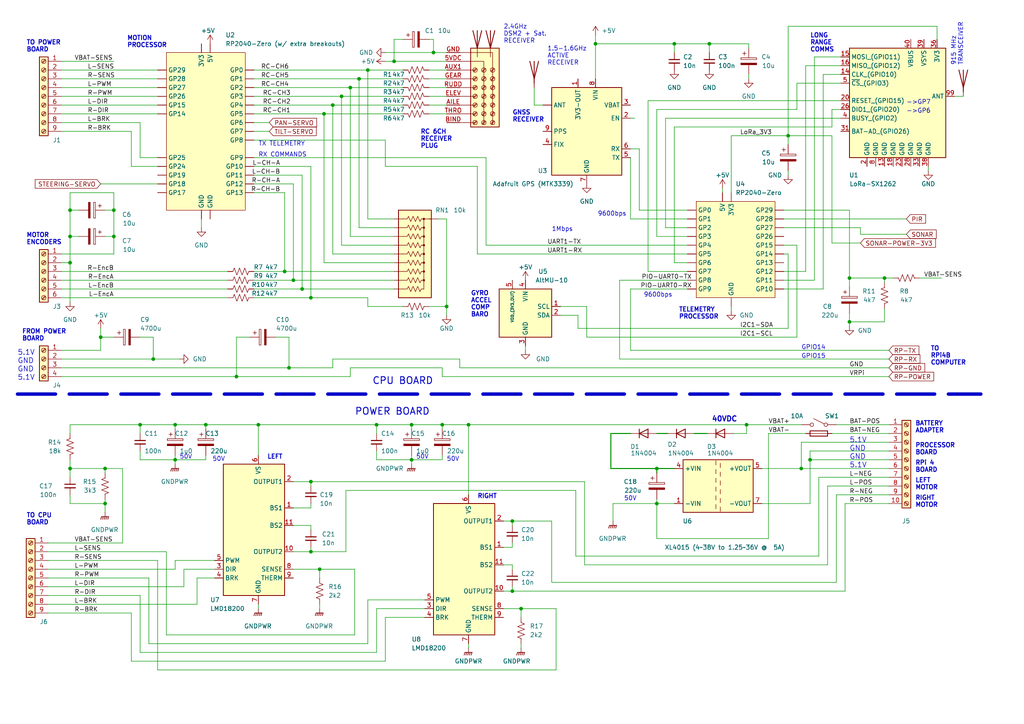
<source format=kicad_sch>
(kicad_sch (version 20211123) (generator eeschema)
  (paper "A4")
  (title_block (title "Roverling MK II (40V)") (date "2023-11-17") (rev "3.01"))
  (junction (at 234.95 133.35))
  (junction (at 125.73 15.24))
  (junction (at 205.74 12.7))
  (junction (at 135.89 123.19))
  (junction (at 119.38 123.19))
  (junction (at 256.54 80.645))
  (junction (at 228.6 39.37))
  (junction (at 190.5 135.89))
  (junction (at 232.41 135.89))
  (junction (at 151.13 176.53))
  (junction (at 90.17 139.7))
  (junction (at 87.63 83.82))
  (junction (at 216.535 123.19))
  (junction (at 59.69 123.19))
  (junction (at 101.6 25.4))
  (junction (at 82.55 78.74))
  (junction (at 29.21 97.79))
  (junction (at 74.93 123.19))
  (junction (at 30.48 135.89))
  (junction (at 90.17 160.02))
  (junction (at 44.45 104.14))
  (junction (at 20.32 68.58))
  (junction (at 246.38 80.645))
  (junction (at 172.72 12.7))
  (junction (at 96.52 30.48))
  (junction (at 20.32 135.89))
  (junction (at 33.02 68.58))
  (junction (at 93.98 33.02))
  (junction (at 85.09 81.28))
  (junction (at 92.71 165.1))
  (junction (at 190.5 146.05))
  (junction (at 129.54 88.9))
  (junction (at 114.3 17.78))
  (junction (at 20.32 76.2))
  (junction (at 90.17 86.36))
  (junction (at 148.59 151.13))
  (junction (at 50.8 133.35))
  (junction (at 119.38 133.35))
  (junction (at 128.27 123.19))
  (junction (at 246.38 93.345))
  (junction (at 195.58 12.7))
  (junction (at 30.48 146.05))
  (junction (at 99.06 27.94))
  (junction (at 40.64 123.19))
  (junction (at 109.22 123.19))
  (junction (at 148.59 171.45))
  (junction (at 104.14 22.86))
  (junction (at 83.82 106.68))
  (junction (at 33.02 60.96))
  (junction (at 68.58 109.22))
  (junction (at 106.68 20.32))
  (junction (at 50.8 123.19))
  (junction (at 20.32 60.96))
  (wire (pts (xy 133.35 104.14) (xy 96.52 104.14)))
  (wire (pts (xy 74.93 123.19) (xy 74.93 132.08)))
  (wire (pts (xy 33.02 55.88) (xy 33.02 60.96)))
  (wire (pts (xy 233.68 19.05) (xy 243.84 19.05)))
  (wire (pts (xy 140.97 45.72) (xy 140.97 71.12)))
  (wire (pts (xy 129.54 63.5) (xy 129.54 88.9)))
  (wire (pts (xy 114.3 68.58) (xy 101.6 68.58)))
  (wire (pts (xy 212.09 90.17) (xy 212.09 88.9)))
  (wire (pts (xy 106.68 88.9) (xy 106.68 86.36)))
  (wire (pts (xy 30.48 146.05) (xy 20.32 146.05)))
  (wire (pts (xy 220.98 135.89) (xy 232.41 135.89)))
  (wire (pts (xy 101.6 68.58) (xy 101.6 25.4)))
  (wire (pts (xy 90.17 146.05) (xy 90.17 147.32)))
  (wire (pts (xy 114.3 66.04) (xy 104.14 66.04)))
  (wire (pts (xy 111.76 15.24) (xy 125.73 15.24)))
  (wire (pts (xy 30.48 144.78) (xy 30.48 146.05)))
  (wire (pts (xy 217.17 12.7) (xy 217.17 13.97)))
  (wire (pts (xy 48.26 160.02) (xy 48.26 184.15)))
  (wire (pts (xy 119.38 133.35) (xy 128.27 133.35)))
  (wire (pts (xy 246.38 93.345) (xy 256.54 93.345)))
  (wire (pts (xy 160.02 151.13) (xy 148.59 151.13)))
  (wire (pts (xy 101.6 25.4) (xy 116.84 25.4)))
  (wire (pts (xy 190.5 125.73) (xy 193.675 125.73)) (stroke (width 0.3)))
  (wire (pts (xy 17.78 27.94) (xy 45.72 27.94)))
  (wire (pts (xy 73.66 86.36) (xy 90.17 86.36)))
  (wire (pts (xy 17.78 22.86) (xy 45.72 22.86)))
  (wire (pts (xy 82.55 55.88) (xy 82.55 78.74)))
  (wire (pts (xy 101.6 106.68) (xy 101.6 109.22)))
  (polyline (pts (xy 5.08 114.3) (xy 284.48 114.3)) (stroke (width 1)))
  (wire (pts (xy 135.89 123.19) (xy 216.535 123.19)))
  (wire (pts (xy 160.02 168.91) (xy 160.02 151.13)))
  (wire (pts (xy 236.22 16.51) (xy 236.22 81.28)))
  (wire (pts (xy 172.72 12.7) (xy 172.72 22.86)))
  (wire (pts (xy 29.21 97.79) (xy 33.02 97.79)))
  (wire (pts (xy 92.71 175.26) (xy 92.71 176.53)))
  (wire (pts (xy 90.17 160.02) (xy 100.33 160.02)))
  (wire (pts (xy 242.57 143.51) (xy 242.57 168.91)))
  (wire (pts (xy 242.57 123.19) (xy 257.81 123.19)))
  (wire (pts (xy 190.5 31.75) (xy 231.14 31.75)))
  (wire (pts (xy 162.56 88.9) (xy 170.18 88.9)))
  (wire (pts (xy 182.88 83.82) (xy 182.88 101.6)))
  (wire (pts (xy 167.64 95.25) (xy 228.6 95.25)))
  (wire (pts (xy 13.97 175.26) (xy 57.15 175.26)))
  (wire (pts (xy 109.22 123.19) (xy 119.38 123.19)))
  (wire (pts (xy 237.49 161.29) (xy 167.005 161.29)))
  (wire (pts (xy 116.84 88.9) (xy 106.68 88.9)))
  (wire (pts (xy 85.09 165.1) (xy 92.71 165.1)))
  (wire (pts (xy 68.58 97.79) (xy 72.39 97.79)))
  (wire (pts (xy 30.48 60.96) (xy 33.02 60.96)))
  (wire (pts (xy 182.88 125.73) (xy 177.165 125.73)) (stroke (width 0.3)))
  (wire (pts (xy 73.66 78.74) (xy 82.55 78.74)))
  (wire (pts (xy 140.97 71.12) (xy 199.39 71.12)))
  (wire (pts (xy 190.5 68.58) (xy 190.5 31.75)))
  (wire (pts (xy 93.98 76.2) (xy 93.98 33.02)))
  (wire (pts (xy 44.45 104.14) (xy 52.07 104.14)))
  (wire (pts (xy 125.73 15.24) (xy 129.54 15.24)))
  (wire (pts (xy 20.32 76.2) (xy 20.32 87.63)))
  (wire (pts (xy 30.48 146.05) (xy 30.48 148.59)))
  (wire (pts (xy 257.81 109.22) (xy 128.27 109.22)))
  (wire (pts (xy 57.15 167.64) (xy 62.23 167.64)))
  (wire (pts (xy 193.04 66.04) (xy 193.04 34.29)))
  (wire (pts (xy 59.69 123.19) (xy 74.93 123.19)))
  (wire (pts (xy 249.555 67.945) (xy 262.89 67.945)))
  (wire (pts (xy 257.81 106.68) (xy 133.35 106.68)))
  (wire (pts (xy 148.59 157.48) (xy 148.59 158.75)))
  (wire (pts (xy 124.46 33.02) (xy 129.54 33.02)))
  (wire (pts (xy 125.73 11.43) (xy 125.73 15.24)))
  (wire (pts (xy 129.54 17.78) (xy 114.3 17.78)))
  (wire (pts (xy 53.34 165.1) (xy 62.23 165.1)))
  (wire (pts (xy 30.48 135.89) (xy 20.32 135.89)))
  (wire (pts (xy 227.33 66.04) (xy 249.555 66.04)))
  (wire (pts (xy 190.5 146.05) (xy 190.5 156.21)))
  (wire (pts (xy 148.59 170.18) (xy 148.59 171.45)))
  (wire (pts (xy 50.8 124.46) (xy 50.8 123.19)))
  (wire (pts (xy 59.69 132.08) (xy 59.69 133.35)))
  (wire (pts (xy 111.76 48.26) (xy 138.43 48.26)))
  (wire (pts (xy 104.14 66.04) (xy 104.14 22.86)))
  (wire (pts (xy 85.09 81.28) (xy 114.3 81.28)))
  (wire (pts (xy 106.68 173.99) (xy 106.68 186.69)))
  (wire (pts (xy 20.32 60.96) (xy 22.86 60.96)))
  (wire (pts (xy 109.22 123.19) (xy 109.22 125.73)))
  (wire (pts (xy 109.22 130.81) (xy 109.22 133.35)))
  (wire (pts (xy 119.38 134.62) (xy 119.38 133.35)))
  (wire (pts (xy 29.21 53.34) (xy 45.72 53.34)))
  (wire (pts (xy 85.09 139.7) (xy 90.17 139.7)))
  (wire (pts (xy 90.17 48.26) (xy 73.66 48.26)))
  (wire (pts (xy 74.93 123.19) (xy 109.22 123.19)))
  (wire (pts (xy 13.97 160.02) (xy 48.26 160.02)))
  (wire (pts (xy 114.3 71.12) (xy 99.06 71.12)))
  (wire (pts (xy 222.885 156.21) (xy 222.885 125.73)))
  (wire (pts (xy 29.21 101.6) (xy 29.21 97.79)))
  (wire (pts (xy 106.68 186.69) (xy 43.18 186.69)))
  (wire (pts (xy 17.78 104.14) (xy 44.45 104.14)))
  (wire (pts (xy 246.38 60.96) (xy 246.38 80.645)))
  (wire (pts (xy 241.3 70.485) (xy 249.555 70.485)))
  (wire (pts (xy 148.59 152.4) (xy 148.59 151.13)))
  (wire (pts (xy 138.43 73.66) (xy 199.39 73.66)))
  (wire (pts (xy 17.78 35.56) (xy 40.64 35.56)))
  (wire (pts (xy 227.33 71.12) (xy 231.14 71.12)))
  (wire (pts (xy 90.17 160.02) (xy 85.09 160.02)))
  (wire (pts (xy 190.5 146.05) (xy 177.8 146.05)))
  (wire (pts (xy 227.33 78.74) (xy 233.68 78.74)))
  (wire (pts (xy 231.14 71.12) (xy 231.14 97.79)))
  (wire (pts (xy 234.95 130.81) (xy 257.81 130.81)))
  (wire (pts (xy 38.1 177.8) (xy 13.97 177.8)))
  (wire (pts (xy 92.71 165.1) (xy 102.87 165.1)))
  (wire (pts (xy 116.84 11.43) (xy 114.3 11.43)))
  (wire (pts (xy 256.54 80.645) (xy 246.38 80.645)))
  (wire (pts (xy 245.11 146.05) (xy 257.81 146.05)))
  (wire (pts (xy 127 63.5) (xy 129.54 63.5)))
  (wire (pts (xy 269.24 48.26) (xy 269.24 49.53)))
  (wire (pts (xy 249.555 66.04) (xy 249.555 67.945)))
  (wire (pts (xy 216.535 125.73) (xy 216.535 123.19)))
  (wire (pts (xy 35.56 157.48) (xy 35.56 135.89)))
  (wire (pts (xy 243.84 29.21) (xy 187.96 29.21)))
  (wire (pts (xy 212.09 55.88) (xy 212.09 39.37)))
  (wire (pts (xy 185.42 43.18) (xy 185.42 60.96)))
  (wire (pts (xy 38.1 48.26) (xy 38.1 38.1)))
  (wire (pts (xy 45.72 194.31) (xy 161.29 194.31)))
  (wire (pts (xy 99.06 27.94) (xy 116.84 27.94)))
  (wire (pts (xy 232.41 128.27) (xy 257.81 128.27)))
  (wire (pts (xy 227.33 63.5) (xy 262.89 63.5)))
  (wire (pts (xy 80.01 97.79) (xy 83.82 97.79)))
  (wire (pts (xy 17.78 106.68) (xy 83.82 106.68)))
  (wire (pts (xy 199.39 68.58) (xy 190.5 68.58)))
  (wire (pts (xy 109.22 189.23) (xy 40.64 189.23)))
  (wire (pts (xy 217.17 21.59) (xy 217.17 22.86)))
  (wire (pts (xy 119.38 132.08) (xy 119.38 133.35)))
  (wire (pts (xy 227.33 73.66) (xy 228.6 73.66)))
  (wire (pts (xy 30.48 137.16) (xy 30.48 135.89)))
  (wire (pts (xy 20.32 60.96) (xy 20.32 68.58)))
  (wire (pts (xy 123.19 173.99) (xy 106.68 173.99)))
  (wire (pts (xy 228.6 39.37) (xy 228.6 41.91)))
  (wire (pts (xy 151.13 186.69) (xy 151.13 187.96)))
  (wire (pts (xy 92.71 165.1) (xy 92.71 167.64)))
  (wire (pts (xy 233.68 78.74) (xy 233.68 19.05)))
  (wire (pts (xy 17.78 109.22) (xy 68.58 109.22)))
  (wire (pts (xy 152.4 100.33) (xy 152.4 101.6)))
  (wire (pts (xy 205.74 12.7) (xy 205.74 15.24)))
  (wire (pts (xy 17.78 33.02) (xy 45.72 33.02)))
  (wire (pts (xy 13.97 162.56) (xy 45.72 162.56)))
  (wire (pts (xy 199.39 60.96) (xy 185.42 60.96)))
  (wire (pts (xy 20.32 68.58) (xy 20.32 76.2)))
  (wire (pts (xy 148.59 158.75) (xy 146.05 158.75)))
  (wire (pts (xy 43.18 167.64) (xy 13.97 167.64)))
  (wire (pts (xy 83.82 106.68) (xy 96.52 106.68)))
  (wire (pts (xy 154.94 25.4) (xy 154.94 30.48)))
  (wire (pts (xy 50.8 162.56) (xy 62.23 162.56)))
  (wire (pts (xy 73.66 45.72) (xy 140.97 45.72)))
  (wire (pts (xy 124.46 88.9) (xy 129.54 88.9)))
  (wire (pts (xy 128.27 132.08) (xy 128.27 133.35)))
  (wire (pts (xy 124.46 11.43) (xy 125.73 11.43)))
  (wire (pts (xy 124.46 30.48) (xy 129.54 30.48)))
  (wire (pts (xy 187.96 29.21) (xy 187.96 78.74)))
  (wire (pts (xy 237.49 138.43) (xy 237.49 161.29)))
  (wire (pts (xy 17.78 38.1) (xy 38.1 38.1)))
  (wire (pts (xy 124.46 22.86) (xy 129.54 22.86)))
  (wire (pts (xy 40.64 45.72) (xy 45.72 45.72)))
  (wire (pts (xy 128.27 109.22) (xy 128.27 106.68)))
  (wire (pts (xy 114.3 63.5) (xy 106.68 63.5)))
  (wire (pts (xy 123.19 176.53) (xy 109.22 176.53)))
  (wire (pts (xy 17.78 30.48) (xy 45.72 30.48)))
  (wire (pts (xy 222.885 125.73) (xy 233.68 125.73)))
  (wire (pts (xy 146.05 163.83) (xy 148.59 163.83)))
  (wire (pts (xy 257.81 135.89) (xy 232.41 135.89)))
  (wire (pts (xy 100.33 142.24) (xy 167.005 142.24)))
  (wire (pts (xy 59.69 124.46) (xy 59.69 123.19)))
  (wire (pts (xy 73.66 30.48) (xy 96.52 30.48)))
  (wire (pts (xy 90.17 86.36) (xy 106.68 86.36)))
  (wire (pts (xy 243.84 16.51) (xy 236.22 16.51)))
  (wire (pts (xy 232.41 128.27) (xy 232.41 135.89)))
  (wire (pts (xy 114.3 11.43) (xy 114.3 17.78)))
  (wire (pts (xy 20.32 55.88) (xy 33.02 55.88)))
  (wire (pts (xy 40.64 133.35) (xy 50.8 133.35)))
  (wire (pts (xy 182.88 83.82) (xy 199.39 83.82)))
  (wire (pts (xy 190.5 135.89) (xy 195.58 135.89)) (stroke (width 0.3)))
  (wire (pts (xy 227.33 83.82) (xy 238.76 83.82)))
  (wire (pts (xy 123.19 179.07) (xy 111.76 179.07)))
  (wire (pts (xy 193.04 34.29) (xy 243.84 34.29)))
  (wire (pts (xy 172.72 12.7) (xy 195.58 12.7)))
  (wire (pts (xy 73.66 22.86) (xy 104.14 22.86)))
  (wire (pts (xy 50.8 134.62) (xy 50.8 133.35)))
  (wire (pts (xy 135.89 123.19) (xy 135.89 143.51)))
  (wire (pts (xy 276.86 27.94) (xy 279.4 27.94)))
  (wire (pts (xy 228.6 7.62) (xy 271.78 7.62)))
  (wire (pts (xy 241.3 31.75) (xy 241.3 36.83)))
  (wire (pts (xy 177.8 146.05) (xy 177.8 151.13)))
  (wire (pts (xy 40.64 123.19) (xy 40.64 125.73)))
  (wire (pts (xy 195.58 12.7) (xy 205.74 12.7)))
  (wire (pts (xy 50.8 123.19) (xy 59.69 123.19)))
  (wire (pts (xy 58.42 63.5) (xy 58.42 66.04)))
  (wire (pts (xy 68.58 109.22) (xy 101.6 109.22)))
  (wire (pts (xy 85.09 53.34) (xy 85.09 81.28)))
  (wire (pts (xy 109.22 176.53) (xy 109.22 189.23)))
  (wire (pts (xy 236.22 81.28) (xy 227.33 81.28)))
  (wire (pts (xy 17.78 73.66) (xy 33.02 73.66)))
  (wire (pts (xy 82.55 55.88) (xy 73.66 55.88)))
  (wire (pts (xy 90.17 152.4) (xy 90.17 153.67)))
  (wire (pts (xy 114.3 17.78) (xy 111.76 17.78)))
  (wire (pts (xy 40.64 123.19) (xy 50.8 123.19)))
  (wire (pts (xy 50.8 165.1) (xy 50.8 162.56)))
  (wire (pts (xy 48.26 184.15) (xy 102.87 184.15)))
  (wire (pts (xy 90.17 48.26) (xy 90.17 86.36)))
  (wire (pts (xy 73.66 33.02) (xy 93.98 33.02)))
  (wire (pts (xy 90.17 139.7) (xy 169.545 139.7)))
  (wire (pts (xy 169.545 163.83) (xy 240.03 163.83)))
  (wire (pts (xy 57.15 175.26) (xy 57.15 167.64)))
  (wire (pts (xy 231.14 24.13) (xy 243.84 24.13)))
  (wire (pts (xy 106.68 63.5) (xy 106.68 20.32)))
  (wire (pts (xy 228.6 39.37) (xy 228.6 7.62)))
  (wire (pts (xy 182.88 63.5) (xy 199.39 63.5)))
  (wire (pts (xy 111.76 40.64) (xy 111.76 48.26)))
  (wire (pts (xy 234.95 133.35) (xy 257.81 133.35)))
  (wire (pts (xy 242.57 168.91) (xy 160.02 168.91)))
  (wire (pts (xy 182.88 101.6) (xy 257.81 101.6)))
  (wire (pts (xy 170.18 88.9) (xy 170.18 97.79)))
  (wire (pts (xy 68.58 97.79) (xy 68.58 109.22)))
  (wire (pts (xy 40.64 45.72) (xy 40.64 35.56)))
  (wire (pts (xy 179.705 81.28) (xy 179.705 104.14)))
  (wire (pts (xy 50.8 132.08) (xy 50.8 133.35)))
  (wire (pts (xy 99.06 71.12) (xy 99.06 27.94)))
  (wire (pts (xy 87.63 50.8) (xy 73.66 50.8)))
  (wire (pts (xy 90.17 147.32) (xy 85.09 147.32)))
  (wire (pts (xy 17.78 17.78) (xy 33.02 17.78)))
  (wire (pts (xy 35.56 135.89) (xy 30.48 135.89)))
  (wire (pts (xy 20.32 123.19) (xy 40.64 123.19)))
  (wire (pts (xy 87.63 83.82) (xy 114.3 83.82)))
  (wire (pts (xy 38.1 191.77) (xy 38.1 177.8)))
  (wire (pts (xy 83.82 97.79) (xy 83.82 106.68)))
  (wire (pts (xy 40.64 172.72) (xy 13.97 172.72)))
  (wire (pts (xy 73.66 83.82) (xy 87.63 83.82)))
  (wire (pts (xy 228.6 73.66) (xy 228.6 95.25)))
  (wire (pts (xy 231.14 97.79) (xy 170.18 97.79)))
  (wire (pts (xy 195.58 36.83) (xy 195.58 76.2)))
  (wire (pts (xy 124.46 27.94) (xy 129.54 27.94)))
  (wire (pts (xy 85.09 53.34) (xy 73.66 53.34)))
  (wire (pts (xy 17.78 76.2) (xy 20.32 76.2)))
  (wire (pts (xy 43.18 186.69) (xy 43.18 167.64)))
  (wire (pts (xy 13.97 170.18) (xy 53.34 170.18)))
  (wire (pts (xy 106.68 20.32) (xy 116.84 20.32)))
  (wire (pts (xy 187.96 78.74) (xy 199.39 78.74)))
  (wire (pts (xy 53.34 170.18) (xy 53.34 165.1)))
  (wire (pts (xy 128.27 106.68) (xy 101.6 106.68)))
  (wire (pts (xy 104.14 22.86) (xy 116.84 22.86)))
  (wire (pts (xy 20.32 133.35) (xy 20.32 135.89)))
  (wire (pts (xy 169.545 139.7) (xy 169.545 163.83)))
  (wire (pts (xy 90.17 158.75) (xy 90.17 160.02)))
  (wire (pts (xy 190.5 144.78) (xy 190.5 146.05)))
  (wire (pts (xy 151.13 176.53) (xy 151.13 179.07)))
  (wire (pts (xy 44.45 97.79) (xy 44.45 104.14)))
  (wire (pts (xy 17.78 101.6) (xy 29.21 101.6)))
  (wire (pts (xy 128.27 123.19) (xy 135.89 123.19)))
  (wire (pts (xy 177.165 125.73) (xy 177.165 135.89)) (stroke (width 0.3)))
  (wire (pts (xy 246.38 80.645) (xy 246.38 83.185)))
  (wire (pts (xy 148.59 171.45) (xy 146.05 171.45)))
  (wire (pts (xy 119.38 123.19) (xy 128.27 123.19)))
  (wire (pts (xy 182.88 34.29) (xy 184.15 34.29)))
  (wire (pts (xy 13.97 157.48) (xy 35.56 157.48)))
  (wire (pts (xy 256.54 80.645) (xy 259.08 80.645)))
  (wire (pts (xy 20.32 68.58) (xy 22.86 68.58)))
  (wire (pts (xy 151.13 176.53) (xy 161.29 176.53)))
  (wire (pts (xy 20.32 143.51) (xy 20.32 146.05)))
  (wire (pts (xy 90.17 140.97) (xy 90.17 139.7)))
  (wire (pts (xy 177.165 135.89) (xy 190.5 135.89)) (stroke (width 0.3)))
  (wire (pts (xy 40.64 97.79) (xy 44.45 97.79)))
  (wire (pts (xy 74.93 175.26) (xy 74.93 176.53)))
  (wire (pts (xy 234.95 133.35) (xy 234.95 130.81)))
  (wire (pts (xy 220.98 146.05) (xy 234.95 146.05)))
  (wire (pts (xy 20.32 55.88) (xy 20.32 60.96)))
  (wire (pts (xy 271.78 7.62) (xy 271.78 11.43)))
  (wire (pts (xy 172.72 10.16) (xy 172.72 12.7)))
  (wire (pts (xy 190.5 156.21) (xy 222.885 156.21)))
  (wire (pts (xy 161.29 194.31) (xy 161.29 176.53)))
  (wire (pts (xy 138.43 48.26) (xy 138.43 73.66)))
  (wire (pts (xy 20.32 135.89) (xy 20.32 138.43)))
  (wire (pts (xy 240.03 163.83) (xy 240.03 140.97)))
  (wire (pts (xy 124.46 20.32) (xy 129.54 20.32)))
  (wire (pts (xy 146.05 176.53) (xy 151.13 176.53)))
  (wire (pts (xy 135.89 186.69) (xy 135.89 187.96)))
  (wire (pts (xy 190.5 135.89) (xy 190.5 137.16)) (stroke (width 0.3)))
  (wire (pts (xy 241.3 125.73) (xy 257.81 125.73)))
  (wire (pts (xy 243.84 31.75) (xy 241.3 31.75)))
  (wire (pts (xy 128.27 124.46) (xy 128.27 123.19)))
  (wire (pts (xy 102.87 165.1) (xy 102.87 184.15)))
  (wire (pts (xy 73.66 27.94) (xy 99.06 27.94)))
  (wire (pts (xy 30.48 68.58) (xy 33.02 68.58)))
  (wire (pts (xy 182.88 43.18) (xy 185.42 43.18)))
  (wire (pts (xy 195.58 12.7) (xy 195.58 15.24)))
  (wire (pts (xy 33.02 68.58) (xy 33.02 73.66)))
  (wire (pts (xy 29.21 97.79) (xy 29.21 95.25)))
  (wire (pts (xy 119.38 124.46) (xy 119.38 123.19)))
  (wire (pts (xy 45.72 48.26) (xy 38.1 48.26)))
  (wire (pts (xy 17.78 20.32) (xy 45.72 20.32)))
  (wire (pts (xy 209.55 54.61) (xy 209.55 55.88)))
  (wire (pts (xy 17.78 83.82) (xy 66.04 83.82)))
  (wire (pts (xy 73.66 40.64) (xy 111.76 40.64)))
  (wire (pts (xy 157.48 30.48) (xy 154.94 30.48)))
  (wire (pts (xy 33.02 60.96) (xy 33.02 68.58)))
  (wire (pts (xy 148.59 171.45) (xy 245.11 171.45)))
  (wire (pts (xy 50.8 133.35) (xy 59.69 133.35)))
  (wire (pts (xy 93.98 33.02) (xy 116.84 33.02)))
  (wire (pts (xy 45.72 162.56) (xy 45.72 194.31)))
  (wire (pts (xy 73.66 35.56) (xy 78.105 35.56)))
  (wire (pts (xy 73.66 20.32) (xy 106.68 20.32)))
  (wire (pts (xy 234.95 133.35) (xy 234.95 146.05)))
  (wire (pts (xy 96.52 104.14) (xy 96.52 106.68)))
  (wire (pts (xy 201.295 125.73) (xy 205.105 125.73)) (stroke (width 0.3)))
  (wire (pts (xy 238.76 83.82) (xy 238.76 21.59)))
  (wire (pts (xy 231.14 31.75) (xy 231.14 24.13)))
  (wire (pts (xy 85.09 152.4) (xy 90.17 152.4)))
  (wire (pts (xy 256.54 81.915) (xy 256.54 80.645)))
  (wire (pts (xy 82.55 78.74) (xy 114.3 78.74)))
  (wire (pts (xy 100.33 142.24) (xy 100.33 160.02)))
  (wire (pts (xy 111.76 179.07) (xy 111.76 191.77)))
  (wire (pts (xy 167.64 91.44) (xy 167.64 95.25)))
  (wire (pts (xy 40.64 189.23) (xy 40.64 172.72)))
  (wire (pts (xy 182.88 45.72) (xy 182.88 63.5)))
  (wire (pts (xy 266.7 80.645) (xy 273.05 80.645)))
  (wire (pts (xy 246.38 90.805) (xy 246.38 93.345)))
  (wire (pts (xy 17.78 25.4) (xy 45.72 25.4)))
  (wire (pts (xy 109.22 133.35) (xy 119.38 133.35)))
  (wire (pts (xy 148.59 163.83) (xy 148.59 165.1)))
  (wire (pts (xy 216.535 123.19) (xy 232.41 123.19)))
  (wire (pts (xy 124.46 25.4) (xy 129.54 25.4)))
  (wire (pts (xy 238.76 21.59) (xy 243.84 21.59)))
  (wire (pts (xy 257.81 143.51) (xy 242.57 143.51)))
  (wire (pts (xy 245.11 171.45) (xy 245.11 146.05)))
  (wire (pts (xy 146.05 151.13) (xy 148.59 151.13)))
  (wire (pts (xy 87.63 50.8) (xy 87.63 83.82)))
  (wire (pts (xy 195.58 146.05) (xy 190.5 146.05)))
  (wire (pts (xy 114.3 73.66) (xy 96.52 73.66)))
  (wire (pts (xy 256.54 89.535) (xy 256.54 93.345)))
  (wire (pts (xy 73.66 81.28) (xy 85.09 81.28)))
  (wire (pts (xy 212.725 125.73) (xy 216.535 125.73)))
  (wire (pts (xy 73.66 38.1) (xy 78.105 38.1)))
  (wire (pts (xy 179.705 81.28) (xy 199.39 81.28)))
  (wire (pts (xy 237.49 138.43) (xy 257.81 138.43)))
  (wire (pts (xy 228.6 49.53) (xy 228.6 50.8)))
  (wire (pts (xy 17.78 78.74) (xy 66.04 78.74)))
  (wire (pts (xy 133.35 106.68) (xy 133.35 104.14)))
  (wire (pts (xy 228.6 39.37) (xy 241.3 39.37)))
  (wire (pts (xy 199.39 66.04) (xy 193.04 66.04)))
  (wire (pts (xy 205.74 12.7) (xy 217.17 12.7)))
  (wire (pts (xy 212.09 39.37) (xy 228.6 39.37)))
  (wire (pts (xy 96.52 73.66) (xy 96.52 30.48)))
  (wire (pts (xy 246.38 94.615) (xy 246.38 93.345)))
  (wire (pts (xy 179.705 104.14) (xy 257.81 104.14)))
  (wire (pts (xy 162.56 91.44) (xy 167.64 91.44)))
  (wire (pts (xy 129.54 88.9) (xy 129.54 91.44)))
  (wire (pts (xy 73.66 25.4) (xy 101.6 25.4)))
  (wire (pts (xy 17.78 81.28) (xy 66.04 81.28)))
  (wire (pts (xy 241.3 39.37) (xy 241.3 70.485)))
  (wire (pts (xy 241.3 36.83) (xy 195.58 36.83)))
  (wire (pts (xy 240.03 140.97) (xy 257.81 140.97)))
  (wire (pts (xy 40.64 130.81) (xy 40.64 133.35)))
  (wire (pts (xy 111.76 191.77) (xy 38.1 191.77)))
  (wire (pts (xy 195.58 76.2) (xy 199.39 76.2)))
  (wire (pts (xy 96.52 30.48) (xy 116.84 30.48)))
  (wire (pts (xy 17.78 86.36) (xy 66.04 86.36)))
  (wire (pts (xy 167.005 161.29) (xy 167.005 142.24)))
  (wire (pts (xy 13.97 165.1) (xy 50.8 165.1)))
  (wire (pts (xy 20.32 123.19) (xy 20.32 125.73)))
  (wire (pts (xy 114.3 76.2) (xy 93.98 76.2)))
  (wire (pts (xy 227.33 60.96) (xy 246.38 60.96)))
  (text "BATTERY\nADAPTER" (at 265.43 125.73 0) (effects (font (size 1.27 1.27) (thickness 0.254) bold) (justify left bottom)))
  (text "MOTOR\nENCODERS" (at 7.62 71.12 0) (effects (font (size 1.27 1.27) (thickness 0.254) bold) (justify left bottom)))
  (text "FROM POWER \nBOARD" (at 6.35 99.06 0) (effects (font (size 1.27 1.27) (thickness 0.254) bold) (justify left bottom)))
  (text "RPi 4\nBOARD" (at 265.43 137.16 0) (effects (font (size 1.27 1.27) (thickness 0.254) bold) (justify left bottom)))
  (text "50V" (at 180.975 145.415 0) (effects (font (size 1.27 1.27)) (justify left bottom)))
  (text "TO POWER \nBOARD" (at 7.62 15.24 0) (effects (font (size 1.27 1.27) (thickness 0.254) bold) (justify left bottom)))
  (text "50V" (at 129.54 133.985 0) (effects (font (size 1.27 1.27)) (justify left bottom)))
  (text "->GP7" (at 262.89 30.48 0) (effects (font (size 1.27 1.27)) (justify left bottom)))
  (text "9600bps" (at 186.69 86.36 0) (effects (font (size 1.27 1.27)) (justify left bottom)))
  (text "5.1V\nGND\nGND\n5.1V" (at 246.38 135.89 0) (effects (font (size 1.5 1.5)) (justify left bottom)))
  (text "TO CPU\nBOARD" (at 7.62 152.4 0) (effects (font (size 1.27 1.27) (thickness 0.254) bold) (justify left bottom)))
  (text "RC 6CH\nRECEIVER\nPLUG" (at 121.92 43.18 0) (effects (font (size 1.27 1.27) (thickness 0.254) bold) (justify left bottom)))
  (text "LONG\nRANGE\nCOMMS" (at 234.95 15.24 0) (effects (font (size 1.27 1.27) (thickness 0.254) bold) (justify left bottom)))
  (text "TELEMETRY\nPROCESSOR" (at 196.85 92.71 0) (effects (font (size 1.27 1.27) (thickness 0.254) bold) (justify left bottom)))
  (text "9600bps" (at 173.355 62.865 0) (effects (font (size 1.27 1.27)) (justify left bottom)))
  (text "1Mbps" (at 160.02 67.31 0) (effects (font (size 1.27 1.27)) (justify left bottom)))
  (text "->GP6" (at 262.89 33.02 0) (effects (font (size 1.27 1.27)) (justify left bottom)))
  (text "MOTION\nPROCESSOR" (at 36.83 13.97 0) (effects (font (size 1.27 1.27) (thickness 0.254) bold) (justify left bottom)))
  (text "PROCESSOR\nBOARD" (at 265.43 132.08 0) (effects (font (size 1.27 1.27) (thickness 0.254) bold) (justify left bottom)))
  (text "GYRO\nACCEL\nCOMP\nBARO" (at 136.525 92.075 0) (effects (font (size 1.27 1.27) (thickness 0.254) bold) (justify left bottom)))
  (text "GNSS\nRECEIVER" (at 148.59 35.56 0) (effects (font (size 1.27 1.27) (thickness 0.254) bold) (justify left bottom)))
  (text "50V" (at 52.07 133.35 0) (effects (font (size 1.27 1.27)) (justify left bottom)))
  (text "RIGHT" (at 138.43 144.78 0) (effects (font (size 1.27 1.27) (thickness 0.254) bold) (justify left bottom)))
  (text "GPIO15" (at 232.41 104.14 0) (effects (font (size 1.27 1.27)) (justify left bottom)))
  (text "40VDC" (at 206.375 122.555 0) (effects (font (size 1.5 1.5) (thickness 0.3) bold) (justify left bottom)))
  (text "2.4GHz\nDSM2 + Sat.\nRECEIVER" (at 146.05 12.7 0) (effects (font (size 1.27 1.27)) (justify left bottom)))
  (text "1.5-1.6GHz\nACTIVE\nRECEIVER" (at 158.75 19.05 0) (effects (font (size 1.27 1.27)) (justify left bottom)))
  (text "RIGHT\nMOTOR" (at 265.43 147.32 0) (effects (font (size 1.27 1.27) (thickness 0.254) bold) (justify left bottom)))
  (text "TX TELEMETRY" (at 74.93 42.545 0) (effects (font (size 1.27 1.27)) (justify left bottom)))
  (text "915 MHz\nTRANSCEIVER" (at 279.4 19.05 90) (effects (font (size 1.27 1.27)) (justify left bottom)))
  (text "50V" (at 120.65 133.35 0) (effects (font (size 1.27 1.27)) (justify left bottom)))
  (text "5.1V\nGND\nGND\n5.1V" (at 5.08 110.49 0) (effects (font (size 1.5 1.5)) (justify left bottom)))
  (text "LEFT" (at 77.47 133.35 0) (effects (font (size 1.27 1.27) (thickness 0.254) bold) (justify left bottom)))
  (text "TO\nRPi4B\nCOMPUTER" (at 269.875 106.045 0) (effects (font (size 1.27 1.27) (thickness 0.254) bold) (justify left bottom)))
  (text "POWER BOARD" (at 102.87 120.65 0) (effects (font (size 2 2) (thickness 0.254) bold) (justify left bottom)))
  (text "RX COMMANDS" (at 74.93 45.72 0) (effects (font (size 1.27 1.27)) (justify left bottom)))
  (text "LEFT\nMOTOR" (at 265.43 142.24 0) (effects (font (size 1.27 1.27) (thickness 0.254) bold) (justify left bottom)))
  (text "50V" (at 61.595 133.985 0) (effects (font (size 1.27 1.27)) (justify left bottom)))
  (text "CPU BOARD" (at 107.95 111.76 0) (effects (font (size 2 2) (thickness 0.254) bold) (justify left bottom)))
  (text "GPIO14" (at 232.41 101.6 0) (effects (font (size 1.27 1.27)) (justify left bottom)))
  (label "VRPi" (at 246.38 109.22 0))
  (label "R-PWM" (at 21.59 167.64 0))
  (label "R-SENS" (at 21.59 162.56 0))
  (label "L-EncA" (at 33.02 86.36 180))
  (label "VBAT-SENS" (at 21.59 157.48 0))
  (label "R-POS" (at 246.38 146.05 0))
  (label "RC-CH4" (at 83.82 25.4 180))
  (label "L-SENS" (at 21.59 160.02 0))
  (label "R-BRK" (at 25.4 38.1 0))
  (label "UART1-RX" (at 158.75 73.66 0))
  (label "GND" (at 246.38 106.68 0))
  (label "RC-CH2" (at 76.2 30.48 0))
  (label "I2C1-SCL" (at 214.63 97.79 0))
  (label "RC-CH1" (at 76.2 33.02 0))
  (label "LoRa_3V3" (at 214.63 39.37 0))
  (label "L-SENS" (at 25.4 20.32 0))
  (label "UART1-TX" (at 158.75 71.12 0))
  (label "R-EncA" (at 33.02 81.28 180))
  (label "L-NEG" (at 246.38 138.43 0))
  (label "RC-CH3" (at 76.2 27.94 0))
  (label "L-CH-A" (at 81.28 48.26 180))
  (label "R-NEG" (at 246.38 143.51 0))
  (label "R-CH-B" (at 81.28 55.88 180))
  (label "L-DIR" (at 21.59 170.18 0))
  (label "L-PWM" (at 21.59 165.1 0))
  (label "BAT-POS" (at 246.38 123.19 0))
  (label "R-EncB" (at 33.02 78.74 180))
  (label "R-BRK" (at 21.59 177.8 0))
  (label "R-CH-A" (at 81.28 53.34 180))
  (label "R-PWM" (at 25.4 27.94 0))
  (label "VBAT-" (at 222.885 125.73 0))
  (label "L-BRK" (at 21.59 175.26 0))
  (label "VBAT-SENS" (at 267.97 80.645 0))
  (label "BAT-NEG" (at 246.38 125.73 0))
  (label "PIO-UART0-RX" (at 200.66 83.82 180))
  (label "I2C1-SDA" (at 214.63 95.25 0))
  (label "VBAT+" (at 222.885 123.19 0))
  (label "R-SENS" (at 25.4 22.86 0))
  (label "L-PWM" (at 25.4 25.4 0))
  (label "L-POS" (at 246.38 140.97 0))
  (label "L-CH-B" (at 81.28 50.8 180))
  (label "RC-CH5" (at 83.82 22.86 180))
  (label "VBAT-SENS" (at 21.59 17.78 0))
  (label "L-EncB" (at 33.02 83.82 180))
  (label "R-DIR" (at 25.4 33.02 0))
  (label "L-DIR" (at 25.4 30.48 0))
  (label "PIO-UART0-TX" (at 200.66 81.28 180))
  (label "R-DIR" (at 21.59 172.72 0))
  (label "L-BRK" (at 25.4 35.56 0))
  (label "RC-CH6" (at 83.82 20.32 180))
  (global_label "PAN-SERVO" (shape input) (at 78.105 35.56 0) (property "Intersheet References" "${INTERSHEET_REFS}" (effects hide)))
  (global_label "RP-RX" (shape input) (at 257.81 104.14 0) (property "Intersheet References" "${INTERSHEET_REFS}" (effects hide)))
  (global_label "RP-POWER" (shape input) (at 257.81 109.22 0) (property "Intersheet References" "${INTERSHEET_REFS}" (effects hide)))
  (global_label "RP-TX" (shape input) (at 257.81 101.6 0) (property "Intersheet References" "${INTERSHEET_REFS}" (effects hide)))
  (global_label "SONAR-POWER-3V3" (shape input) (at 249.555 70.485 0) (property "Intersheet References" "${INTERSHEET_REFS}" (effects hide)))
  (global_label "SONAR" (shape input) (at 262.89 67.945 0) (property "Intersheet References" "${INTERSHEET_REFS}" (effects hide)))
  (global_label "PIR" (shape input) (at 262.89 63.5 0) (property "Intersheet References" "${INTERSHEET_REFS}" (effects hide)))
  (global_label "TILT-SERVO" (shape input) (at 78.105 38.1 0) (property "Intersheet References" "${INTERSHEET_REFS}" (effects hide)))
  (global_label "RP-GND" (shape input) (at 257.81 106.68 0) (property "Intersheet References" "${INTERSHEET_REFS}" (effects hide)))
  (global_label "STEERING-SERVO" (shape input) (at 29.21 53.34 180) (property "Intersheet References" "${INTERSHEET_REFS}" (effects hide)))
  (symbol (lib_id "Device:C_Polarized") (at 50.8 128.27 0) (unit 1)
    (property "Reference" "C12" (at 54.61 125.73 0) (effects (justify right)))
    (property "Value" "1u0" (at 55.88 130.81 0) (effects (justify right)))
  )
  (symbol (lib_id "Device:Antenna") (at 279.4 22.86 0) (unit 1)
    (property "Reference" "AE4" (effects hide))
    (property "Value" "915MHz" (effects hide))
  )
  (symbol (lib_id "Connector:Screw_Terminal_01x09") (at 12.7 27.94 0) (mirror y) (unit 1)
    (property "Reference" "J1" (at 16.51 40.64 0))
    (property "Value" "Screw_Terminal_01x09" (effects hide))
  )
  (symbol (lib_id "power:+5V") (at 172.72 10.16 0) (mirror y) (unit 1)
    (property "Reference" "#PWR01" (effects hide))
    (property "Value" "+5V" (at 176.53 8.89 0))
  )
  (symbol (lib_id "_MM:RP2040-Zero_Plus") (at 60.96 30.48 0) (mirror y) (unit 1)
    (property "Reference" "U2" (at 65.405 10.16 0) (effects (justify right)))
    (property "Value" "RP2040-Zero (w/ extra breakouts)" (at 65.405 12.7 0) (effects (justify right)))
    (property "Footprint" "RP2040-Zero:RP2040-Zero" (effects hide))
  )
  (symbol (lib_id "Device:R_US") (at 120.65 33.02 270) (mirror x) (unit 1)
    (property "Reference" "R6" (at 112.395 34.29 90))
    (property "Value" "4k7" (at 115.57 34.29 90))
  )
  (symbol (lib_id "Device:C_Small") (at 40.64 128.27 0) (unit 1)
    (property "Reference" "C11" (at 41.91 125.73 0) (effects (justify left)))
    (property "Value" "100n" (at 41.91 130.81 0) (effects (justify left)))
  )
  (symbol (lib_id "power:GND") (at 212.09 90.17 0) (mirror y) (unit 1)
    (property "Reference" "#PWR015" (effects hide))
    (property "Value" "GND" (at 216.535 91.44 0))
  )
  (symbol (lib_id "power:GND") (at 205.74 20.32 0) (mirror y) (unit 1)
    (property "Reference" "#PWR06" (effects hide))
    (property "Value" "GND" (at 205.74 25.4 0))
  )
  (symbol (lib_id "power:GND") (at 246.38 94.615 0) (mirror y) (unit 1)
    (property "Reference" "#PWR017" (effects hide))
    (property "Value" "GND" (at 250.825 95.885 0))
  )
  (symbol (lib_id "power:+5V") (at 60.96 12.7 0) (unit 1)
    (property "Reference" "#PWR02" (effects hide))
    (property "Value" "+5V" (at 60.325 8.89 0))
  )
  (symbol (lib_name "LMD18200_2") (lib_id "Driver_Motor:LMD18200") (at 133.35 163.83 0) (unit 1)
    (property "Reference" "U8" (at 119.38 185.42 0) (effects (justify left)))
    (property "Value" "LMD18200" (at 119.38 187.96 0) (effects (justify left)))
    (property "Footprint" "Package_TO_SOT_THT:TO-220-11_P3.4x5.08mm_StaggerOdd_Lead4.85mm_Vertical" (effects hide))
    (property "Datasheet" "http://www.ti.com/lit/ds/symlink/lmd18200.pdf" (effects hide))
  )
  (symbol (lib_id "Device:Antenna") (at 142.24 11.43 0) (mirror y) (unit 1)
    (property "Reference" "AE2" (effects hide))
    (property "Value" "Active 1.5~1.6GHz" (effects hide))
  )
  (symbol (lib_id "Device:C_Small") (at 90.17 143.51 0) (unit 1)
    (property "Reference" "C19" (at 92.71 143.51 0) (effects (justify left)))
    (property "Value" "10n" (at 92.71 146.05 0) (effects (justify left)))
  )
  (symbol (lib_id "Device:R_Network09_US") (at 119.38 73.66 270) (unit 1)
    (property "Reference" "RN1" (at 128.27 60.96 90))
    (property "Value" "10k" (at 133.35 60.96 90))
    (property "Footprint" "Resistor_THT:R_Array_SIP10" (effects hide))
    (property "Datasheet" "http://www.vishay.com/docs/31509/csc.pdf" (effects hide))
  )
  (symbol (lib_id "Device:R_US") (at 120.65 20.32 270) (mirror x) (unit 1)
    (property "Reference" "R1" (at 112.395 21.59 90))
    (property "Value" "4k7" (at 115.57 21.59 90))
  )
  (symbol (lib_name "CRE1S0505DC_1") (lib_id "Regulator_Switching:CRE1S0505DC") (at 208.28 140.97 0) (unit 1)
    (property "Reference" "U6" (at 199.39 151.13 0))
    (property "Value" "XL4015 (4~38V to 1.25~36V @  5A) " (at 210.185 158.75 0))
    (property "Footprint" "Converter_DCDC:Converter_DCDC_Murata_CRE1xxxxxxDC_THT" (effects hide))
    (property "Datasheet" "http://power.murata.com/datasheet?/data/power/ncl/kdc_cre1.pdf" (effects hide))
  )
  (symbol (lib_id "Device:C_Polarized") (at 246.38 86.995 0) (unit 1)
    (property "Reference" "C8" (at 241.3 88.9 0) (effects (justify right)))
    (property "Value" "220u" (at 243.205 91.44 0) (effects (justify right)))
  )
  (symbol (lib_id "Device:C_Small") (at 195.58 17.78 0) (unit 1)
    (property "Reference" "C2" (at 198.12 16.5162 0) (effects (justify left)))
    (property "Value" "10n" (at 198.12 19.0562 0) (effects (justify left)))
  )
  (symbol (lib_id "RF_GPS:RXM-GPS-RM") (at 170.18 38.1 0) (mirror y) (unit 1)
    (property "Reference" "U3" (at 158.75 49.53 0) (effects (justify left)))
    (property "Value" "Adafruit GPS (MTK3339)" (at 166.37 53.34 0) (effects (justify left)))
    (property "Footprint" "RF_GPS:Linx_RXM-GPS" (effects hide))
  )
  (symbol (lib_id "Sensor_Temperature:MCP9804_MSOP") (at 152.4 93.98 0) (mirror y) (unit 1)
    (property "Reference" "U5" (at 157.48 78.74 0))
    (property "Value" "AltMU-10" (at 160.02 81.28 0))
    (property "Footprint" "Package_SO:MSOP-8_3x3mm_P0.65mm" (effects hide))
  )
  (symbol (lib_id "Device:R_US") (at 120.65 27.94 270) (mirror x) (unit 1)
    (property "Reference" "R4" (at 112.395 29.21 90))
    (property "Value" "4k7" (at 115.57 29.21 90))
  )
  (symbol (lib_id "Device:C_Polarized") (at 120.65 11.43 90) (mirror x) (unit 1)
    (property "Reference" "C1" (at 123.19 8.89 90) (effects (justify right)))
    (property "Value" "10u" (at 127 8.89 90) (effects (justify right)))
  )
  (symbol (lib_id "Device:C_Polarized") (at 26.67 68.58 270) (unit 1)
    (property "Reference" "C7" (at 38.1 69.85 90) (effects (justify right)))
    (property "Value" "10u" (at 39.37 72.39 90) (effects (justify right)))
  )
  (symbol (lib_id "Device:R_US") (at 120.65 25.4 270) (mirror x) (unit 1)
    (property "Reference" "R3" (at 112.395 26.67 90))
    (property "Value" "4k7" (at 115.57 26.67 90))
  )
  (symbol (lib_id "Device:R_US") (at 120.65 88.9 270) (unit 1)
    (property "Reference" "R13" (at 118.11 91.44 90))
    (property "Value" "10k" (at 123.19 91.44 90))
  )
  (symbol (lib_id "power:GND") (at 58.42 66.04 0) (unit 1)
    (property "Reference" "#PWR012" (effects hide))
    (property "Value" "GND" (at 58.42 71.12 0))
  )
  (symbol (lib_id "power:GND") (at 228.6 50.8 0) (mirror y) (unit 1)
    (property "Reference" "#PWR09" (effects hide))
    (property "Value" "GND" (at 224.79 50.8 0))
  )
  (symbol (lib_id "Device:C_Small") (at 148.59 154.94 0) (unit 1)
    (property "Reference" "C20" (at 151.13 153.6762 0) (effects (justify left)))
    (property "Value" "10n" (at 151.13 156.2162 0) (effects (justify left)))
  )
  (symbol (lib_id "power:GND") (at 152.4 101.6 0) (mirror y) (unit 1)
    (property "Reference" "#PWR019" (effects hide))
    (property "Value" "GND" (at 157.48 104.14 0))
  )
  (symbol (lib_id "Diode:1N4004") (at 208.915 125.73 0) (unit 1)
    (property "Reference" "D3" (at 206.375 129.54 0))
    (property "Value" "1N4004" (at 208.915 131.445 0))
    (property "Footprint" "Diode_THT:D_DO-41_SOD81_P10.16mm_Horizontal" (effects hide))
    (property "Datasheet" "http://www.vishay.com/docs/88503/1n4001.pdf" (effects hide))
  )
  (symbol (lib_id "Device:Fuse") (at 237.49 125.73 270) (unit 1)
    (property "Reference" "F1" (effects hide))
    (property "Value" "10A" (at 231.14 120.65 90))
  )
  (symbol (lib_id "power:GNDPWR") (at 74.93 176.53 0) (unit 1)
    (property "Reference" "#PWR025" (effects hide))
    (property "Value" "GNDPWR" (at 74.803 181.61 0))
  )
  (symbol (lib_id "power:+5V") (at 29.21 95.25 0) (unit 1)
    (property "Reference" "#PWR018" (effects hide))
    (property "Value" "+5V" (at 29.21 91.44 0))
  )
  (symbol (lib_id "power:GND") (at 20.32 87.63 0) (unit 1)
    (property "Reference" "#PWR014" (effects hide))
    (property "Value" "GND" (at 20.32 92.71 0))
  )
  (symbol (lib_id "Device:R_US") (at 69.85 78.74 270) (unit 1)
    (property "Reference" "R7" (at 74.93 77.47 90))
    (property "Value" "4k7" (at 78.74 77.47 90))
  )
  (symbol (lib_id "Device:C_Polarized") (at 128.27 128.27 0) (unit 1)
    (property "Reference" "C16" (at 132.08 125.73 0) (effects (justify right)))
    (property "Value" "220u" (at 134.62 130.81 0) (effects (justify right)))
  )
  (symbol (lib_id "power:GND") (at 129.54 91.44 0) (unit 1)
    (property "Reference" "#PWR016" (effects hide))
    (property "Value" "GND" (at 129.54 95.25 0))
  )
  (symbol (lib_id "power:GNDPWR") (at 50.8 134.62 0) (unit 1)
    (property "Reference" "#PWR021" (effects hide))
    (property "Value" "GNDPWR" (at 50.673 139.7 0))
  )
  (symbol (lib_id "Device:C_Polarized") (at 228.6 45.72 0) (unit 1)
    (property "Reference" "C5" (at 223.52 44.45 0) (effects (justify right)))
    (property "Value" "10u" (at 224.79 46.99 0) (effects (justify right)))
  )
  (symbol (lib_id "power:GNDPWR") (at 92.71 176.53 0) (unit 1)
    (property "Reference" "#PWR026" (effects hide))
    (property "Value" "GNDPWR" (at 92.583 181.61 0))
  )
  (symbol (lib_id "power:GND") (at 195.58 20.32 0) (mirror y) (unit 1)
    (property "Reference" "#PWR05" (effects hide))
    (property "Value" "GND" (at 195.58 25.4 0))
  )
  (symbol (lib_id "power:+5V") (at 152.4 81.28 0) (mirror y) (unit 1)
    (property "Reference" "#PWR013" (effects hide))
    (property "Value" "+5V" (at 152.4 77.47 0))
  )
  (symbol (lib_id "power:GND") (at 52.07 104.14 90) (unit 1)
    (property "Reference" "#PWR020" (effects hide))
    (property "Value" "GND" (at 55.88 104.1399 90) (effects (justify right)))
  )
  (symbol (lib_id "Connector:Screw_Terminal_01x10") (at 262.89 133.35 0) (unit 1)
    (property "Reference" "J5" (at 261.62 151.13 0) (effects (justify left)))
    (property "Value" "Screw_Terminal_01x10" (effects hide))
  )
  (symbol (lib_id "power:GND") (at 269.24 49.53 0) (unit 1)
    (property "Reference" "#PWR08" (effects hide))
    (property "Value" "GND" (at 269.24 53.34 0))
  )
  (symbol (lib_id "Device:R_US") (at 20.32 129.54 0) (mirror x) (unit 1)
    (property "Reference" "R14" (at 17.78 128.2699 0) (effects (justify right)))
    (property "Value" "18k" (at 17.78 130.8099 0) (effects (justify right)))
  )
  (symbol (lib_id "Device:C_Small") (at 109.22 128.27 0) (unit 1)
    (property "Reference" "C14" (at 110.49 125.73 0) (effects (justify left)))
    (property "Value" "100n" (at 110.49 130.81 0) (effects (justify left)))
  )
  (symbol (lib_id "power:+5V") (at 209.55 54.61 0) (mirror y) (unit 1)
    (property "Reference" "#PWR011" (effects hide))
    (property "Value" "+5V" (at 209.55 50.8 0))
  )
  (symbol (lib_id "Device:Antenna") (at 138.43 11.43 0) (mirror y) (unit 1)
    (property "Reference" "AE1" (effects hide))
    (property "Value" "Active 1.5~1.6GHz" (effects hide))
  )
  (symbol (lib_id "Device:R_US") (at 92.71 171.45 180) (unit 1)
    (property "Reference" "R16" (at 95.25 170.1799 0) (effects (justify right)))
    (property "Value" "2k2" (at 95.25 172.7199 0) (effects (justify right)))
  )
  (symbol (lib_name "LMD18200_2") (lib_id "Driver_Motor:LMD18200") (at 72.39 152.4 0) (unit 1)
    (property "Reference" "U7" (at 60.96 173.99 0) (effects (justify left)))
    (property "Value" "LMD18200" (at 60.96 176.53 0) (effects (justify left)))
    (property "Footprint" "Package_TO_SOT_THT:TO-220-11_P3.4x5.08mm_StaggerOdd_Lead4.85mm_Vertical" (effects hide))
    (property "Datasheet" "http://www.ti.com/lit/ds/symlink/lmd18200.pdf" (effects hide))
  )
  (symbol (lib_id "Connector:Screw_Terminal_01x07") (at 134.62 27.94 0) (mirror x) (unit 1)
    (property "Reference" "J2" (effects hide))
    (property "Value" "RC 6CH Receiver" (effects hide))
  )
  (symbol (lib_id "Device:C_Polarized") (at 190.5 140.97 0) (unit 1)
    (property "Reference" "C18" (at 184.785 139.7 0) (effects (justify right)))
    (property "Value" "220u" (at 186.055 142.24 0) (effects (justify right)))
  )
  (symbol (lib_id "power:GND") (at 111.76 15.24 270) (mirror x) (unit 1)
    (property "Reference" "#PWR03" (effects hide))
    (property "Value" "GND" (at 104.14 15.24 90) (effects (justify left)))
  )
  (symbol (lib_id "Device:C_Polarized") (at 76.2 97.79 90) (mirror x) (unit 1)
    (property "Reference" "C10" (at 80.01 92.71 90) (effects (justify right)))
    (property "Value" "4700u" (at 80.01 95.25 90) (effects (justify right)))
  )
  (symbol (lib_id "Device:C_Polarized") (at 36.83 97.79 90) (mirror x) (unit 1)
    (property "Reference" "C9" (at 40.64 92.71 90) (effects (justify right)))
    (property "Value" "4700u" (at 40.64 95.25 90) (effects (justify right)))
  )
  (symbol (lib_id "Device:Antenna") (at 154.94 20.32 0) (mirror y) (unit 1)
    (property "Reference" "AE3" (effects hide))
    (property "Value" "Active 1.5~1.6GHz" (effects hide))
  )
  (symbol (lib_id "Connector:Screw_Terminal_01x06") (at 12.7 78.74 0) (mirror y) (unit 1)
    (property "Reference" "J3" (at 16.51 88.9 0))
    (property "Value" "Screw_Terminal_01x06" (effects hide))
  )
  (symbol (lib_id "Device:R_US") (at 151.13 182.88 180) (unit 1)
    (property "Reference" "R17" (at 153.67 181.6099 0) (effects (justify right)))
    (property "Value" "2k2" (at 153.67 184.1499 0) (effects (justify right)))
  )
  (symbol (lib_id "Device:R_US") (at 256.54 85.725 0) (mirror x) (unit 1)
    (property "Reference" "R11" (at 254 84.455 0) (effects (justify right)))
    (property "Value" "4k7" (at 254 86.995 0) (effects (justify right)))
  )
  (symbol (lib_id "Device:R_US") (at 69.85 81.28 270) (unit 1)
    (property "Reference" "R9" (at 74.93 80.01 90))
    (property "Value" "4k7" (at 78.74 80.01 90))
  )
  (symbol (lib_id "Device:R_US") (at 120.65 22.86 270) (mirror x) (unit 1)
    (property "Reference" "R2" (at 112.395 24.13 90))
    (property "Value" "4k7" (at 115.57 24.13 90))
  )
  (symbol (lib_id "Switch:SW_SPST") (at 237.49 123.19 0) (mirror y) (unit 1)
    (property "Reference" "SW1" (at 241.3 120.65 0))
    (property "Value" "SW_SPST" (effects hide))
  )
  (symbol (lib_id "_MM:RP2040-Zero") (at 212.09 71.12 0) (unit 1)
    (property "Reference" "U4" (at 213.36 53.34 0) (effects (justify left)))
    (property "Value" "RP2040-Zero" (at 213.36 55.88 0) (effects (justify left)))
    (property "Footprint" "RP2040-Zero:RP2040-Zero" (effects hide))
  )
  (symbol (lib_id "power:GND") (at 170.18 53.34 0) (mirror y) (unit 1)
    (property "Reference" "#PWR010" (effects hide))
    (property "Value" "GND" (at 170.18 58.42 0))
  )
  (symbol (lib_id "Diode:1N4004") (at 186.69 125.73 0) (unit 1)
    (property "Reference" "D1" (at 184.15 129.54 0))
    (property "Value" "1N4004" (at 186.69 131.445 0))
    (property "Footprint" "Diode_THT:D_DO-41_SOD81_P10.16mm_Horizontal" (effects hide))
    (property "Datasheet" "http://www.vishay.com/docs/88503/1n4001.pdf" (effects hide))
  )
  (symbol (lib_id "Device:R_US") (at 262.89 80.645 270) (mirror x) (unit 1)
    (property "Reference" "R8" (at 262.255 84.455 90))
    (property "Value" "4k7" (at 262.89 86.995 90))
  )
  (symbol (lib_id "power:GND") (at 217.17 22.86 0) (mirror y) (unit 1)
    (property "Reference" "#PWR07" (effects hide))
    (property "Value" "GND" (at 217.17 27.94 0))
  )
  (symbol (lib_id "Diode:1N4004") (at 197.485 125.73 0) (unit 1)
    (property "Reference" "D2" (at 194.945 128.905 0))
    (property "Value" "1N4004" (at 197.485 131.445 0))
    (property "Footprint" "Diode_THT:D_DO-41_SOD81_P10.16mm_Horizontal" (effects hide))
    (property "Datasheet" "http://www.vishay.com/docs/88503/1n4001.pdf" (effects hide))
  )
  (symbol (lib_id "Device:C_Polarized") (at 59.69 128.27 0) (unit 1)
    (property "Reference" "C13" (at 63.5 125.73 0) (effects (justify right)))
    (property "Value" "220u" (at 66.04 130.81 0) (effects (justify right)))
  )
  (symbol (lib_id "Device:C_Polarized") (at 26.67 60.96 270) (unit 1)
    (property "Reference" "C6" (at 38.1 62.23 90) (effects (justify right)))
    (property "Value" "10u" (at 39.37 64.77 90) (effects (justify right)))
  )
  (symbol (lib_id "Device:C_Small") (at 20.32 140.97 0) (mirror y) (unit 1)
    (property "Reference" "C17" (at 15.24 140.97 0) (effects (justify left)))
    (property "Value" "100n" (at 16.51 143.51 0) (effects (justify left)))
  )
  (symbol (lib_id "Device:R_US") (at 120.65 30.48 270) (mirror x) (unit 1)
    (property "Reference" "R5" (at 112.395 31.75 90))
    (property "Value" "4k7" (at 115.57 31.75 90))
  )
  (symbol (lib_id "Device:R_US") (at 69.85 86.36 270) (unit 1)
    (property "Reference" "R12" (at 74.93 85.09 90))
    (property "Value" "4k7" (at 78.74 85.09 90))
  )
  (symbol (lib_id "power:GNDPWR") (at 177.8 151.13 0) (unit 1)
    (property "Reference" "#PWR024" (effects hide))
    (property "Value" "GNDPWR" (at 177.673 156.21 0))
  )
  (symbol (lib_id "Device:R_US") (at 69.85 83.82 270) (unit 1)
    (property "Reference" "R10" (at 74.93 82.55 90))
    (property "Value" "4k7" (at 78.74 82.55 90))
  )
  (symbol (lib_id "power:GNDPWR") (at 135.89 187.96 0) (unit 1)
    (property "Reference" "#PWR027" (effects hide))
    (property "Value" "GNDPWR" (at 135.89 191.77 0))
  )
  (symbol (lib_id "Connector:Screw_Terminal_01x09") (at 8.89 167.64 0) (mirror y) (unit 1)
    (property "Reference" "J6" (at 12.7 180.34 0))
    (property "Value" "Screw_Terminal_01x09" (effects hide))
  )
  (symbol (lib_id "power:GNDPWR") (at 119.38 134.62 0) (unit 1)
    (property "Reference" "#PWR022" (effects hide))
    (property "Value" "GNDPWR" (at 113.03 135.89 0))
  )
  (symbol (lib_id "Connector:Screw_Terminal_01x04") (at 12.7 104.14 0) (mirror y) (unit 1)
    (property "Reference" "J4" (at 16.51 111.76 0))
    (property "Value" "Screw_Terminal_01x04" (effects hide))
  )
  (symbol (lib_id "Device:C_Small") (at 205.74 17.78 0) (unit 1)
    (property "Reference" "C3" (at 208.28 16.5162 0) (effects (justify left)))
    (property "Value" "100n" (at 208.28 19.0562 0) (effects (justify left)))
  )
  (symbol (lib_id "RF_Module:Ai-Thinker-Ra-01") (at 254 24.13 0) (unit 1)
    (property "Reference" "U1" (at 247.65 50.8 0))
    (property "Value" "LoRa-SX1262" (at 246.38 53.34 0) (effects (justify left)))
    (property "Footprint" "RF_Module:Ai-Thinker-Ra-01-LoRa" (effects hide))
    (property "Datasheet" "http://wiki.ai-thinker.com/_media/lora/docs/c047ps01a1_ra-01_product_specification_v1.1.pdf" (effects hide))
  )
  (symbol (lib_id "Device:C_Small") (at 90.17 156.21 0) (unit 1)
    (property "Reference" "C21" (at 93.345 154.9462 0) (effects (justify left)))
    (property "Value" "10n" (at 93.345 157.4862 0) (effects (justify left)))
  )
  (symbol (lib_id "power:GNDPWR") (at 151.13 187.96 0) (unit 1)
    (property "Reference" "#PWR028" (effects hide))
    (property "Value" "GNDPWR" (at 149.86 191.77 0))
  )
  (symbol (lib_id "Device:C_Polarized") (at 217.17 17.78 0) (unit 1)
    (property "Reference" "C4" (at 223.52 16.51 0) (effects (justify right)))
    (property "Value" "10u" (at 224.79 19.05 0) (effects (justify right)))
  )
  (symbol (lib_id "Device:R_US") (at 30.48 140.97 0) (mirror x) (unit 1)
    (property "Reference" "R15" (at 27.94 139.7 0) (effects (justify right)))
    (property "Value" "3k3" (at 27.94 142.24 0) (effects (justify right)))
  )
  (symbol (lib_id "power:+5V") (at 111.76 17.78 90) (mirror x) (unit 1)
    (property "Reference" "#PWR04" (effects hide))
    (property "Value" "+5V" (at 106.68 17.78 90))
  )
  (symbol (lib_id "Device:C_Small") (at 148.59 167.64 0) (unit 1)
    (property "Reference" "C22" (at 151.13 166.3762 0) (effects (justify left)))
    (property "Value" "10n" (at 151.13 168.9162 0) (effects (justify left)))
  )
  (symbol (lib_id "power:GNDPWR") (at 30.48 148.59 0) (unit 1)
    (property "Reference" "#PWR023" (effects hide))
    (property "Value" "GNDPWR" (at 30.353 153.67 0))
  )
  (symbol (lib_id "Device:C_Polarized") (at 119.38 128.27 0) (unit 1)
    (property "Reference" "C15" (at 123.19 125.73 0) (effects (justify right)))
    (property "Value" "1u0" (at 124.46 130.81 0) (effects (justify right)))
  )
)
</source>
